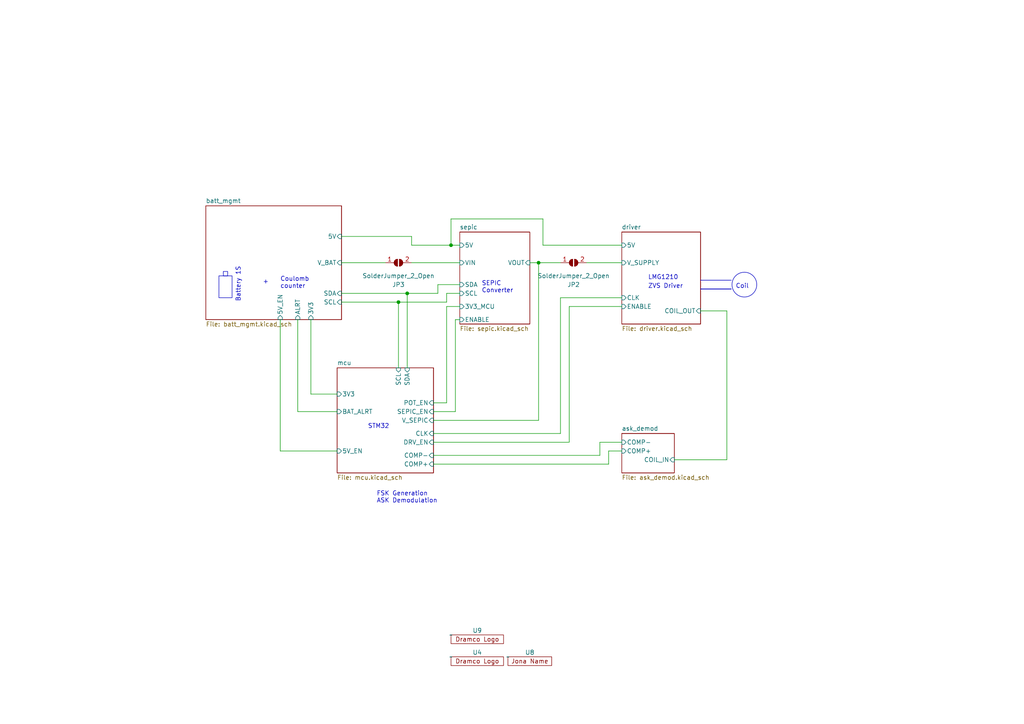
<source format=kicad_sch>
(kicad_sch (version 20231120) (generator "eeschema") (generator_version "8.0")
  (paper "A4")
  (lib_symbols
    (symbol "Jumper:SolderJumper_2_Open" (pin_names (offset 0) hide)
      (property "Reference" "JP" (at 0 2.032 0))
      (property "Value" "SolderJumper_2_Open" (at 0 -2.54 0))
      (symbol "SolderJumper_2_Open_0_1"
        (arc (start -0.254 1.016) (mid -1.2656 0) (end -0.254 -1.016))
        (arc (start -0.254 1.016) (mid -1.2656 0) (end -0.254 -1.016) (fill (type outline)))
        (polyline (pts (xy -0.254 1.016) (xy -0.254 -1.016)))
        (polyline (pts (xy 0.254 1.016) (xy 0.254 -1.016)))
        (arc (start 0.254 -1.016) (mid 1.2656 0) (end 0.254 1.016))
        (arc (start 0.254 -1.016) (mid 1.2656 0) (end 0.254 1.016) (fill (type outline)))
      )
      (symbol "SolderJumper_2_Open_1_1"
        (pin passive line (at -3.81 0 0) (length 2.54) (name "A") (number "1"))
        (pin passive line (at 3.81 0 180) (length 2.54) (name "B") (number "2"))
      )
    )
    (symbol "dramco_library:Dramco_Logo"
      (property "Reference" "U" (at 0 0 0))
      (symbol "Dramco_Logo_0_1"
        (rectangle (start 0 0) (end 15.24 -2.54))
      )
      (symbol "Dramco_Logo_1_1"
        (text "Dramco Logo" (at 7.62 -1.27 0) (effects (font (size 1.27 1.27))))
      )
    )
    (symbol "dramco_library:Name"
      (property "Reference" "U" (at 0 0 0))
      (symbol "Name_0_1"
        (rectangle (start 0 0) (end 12.7 -2.54))
      )
      (symbol "Name_1_1"
        (text "Jona Name" (at 6.35 -1.27 0) (effects (font (size 1.27 1.27))))
      )
    )
  )
  (junction (at 130.81 71.12))
  (junction (at 115.57 87.63))
  (junction (at 156.21 76.2))
  (junction (at 118.11 85.09))
  (wire (pts (xy 133.35 85.09) (xy 129.54 85.09)))
  (wire (pts (xy 130.81 71.12) (xy 133.35 71.12)))
  (wire (pts (xy 127 82.55) (xy 127 85.09)))
  (wire (pts (xy 162.56 125.73) (xy 162.56 86.36)))
  (wire (pts (xy 173.99 132.08) (xy 173.99 128.27)))
  (wire (pts (xy 133.35 82.55) (xy 127 82.55)))
  (wire (pts (xy 132.08 92.71) (xy 133.35 92.71)))
  (wire (pts (xy 170.18 76.2) (xy 180.34 76.2)))
  (wire (pts (xy 81.28 92.71) (xy 81.28 130.81)))
  (wire (pts (xy 86.36 119.38) (xy 97.79 119.38)))
  (wire (pts (xy 210.82 133.35) (xy 195.58 133.35)))
  (wire (pts (xy 125.73 134.62) (xy 176.53 134.62)))
  (polyline (pts (xy 203.2 83.82) (xy 212.09 83.82)))
  (polyline (pts (xy 203.2 81.28) (xy 212.09 81.28)))
  (wire (pts (xy 180.34 71.12) (xy 157.48 71.12)))
  (wire (pts (xy 153.67 76.2) (xy 156.21 76.2)))
  (wire (pts (xy 180.34 88.9) (xy 165.1 88.9)))
  (wire (pts (xy 99.06 76.2) (xy 111.76 76.2)))
  (wire (pts (xy 115.57 87.63) (xy 115.57 106.68)))
  (wire (pts (xy 119.38 71.12) (xy 130.81 71.12)))
  (wire (pts (xy 119.38 68.58) (xy 119.38 71.12)))
  (wire (pts (xy 119.38 76.2) (xy 133.35 76.2)))
  (wire (pts (xy 90.17 92.71) (xy 90.17 114.3)))
  (wire (pts (xy 86.36 92.71) (xy 86.36 119.38)))
  (wire (pts (xy 130.81 63.5) (xy 130.81 71.12)))
  (wire (pts (xy 157.48 63.5) (xy 130.81 63.5)))
  (wire (pts (xy 132.08 119.38) (xy 132.08 92.71)))
  (wire (pts (xy 129.54 88.9) (xy 133.35 88.9)))
  (wire (pts (xy 99.06 68.58) (xy 119.38 68.58)))
  (wire (pts (xy 129.54 85.09) (xy 129.54 87.63)))
  (wire (pts (xy 118.11 85.09) (xy 118.11 106.68)))
  (wire (pts (xy 165.1 128.27) (xy 125.73 128.27)))
  (wire (pts (xy 115.57 87.63) (xy 129.54 87.63)))
  (wire (pts (xy 156.21 76.2) (xy 156.21 121.92)))
  (wire (pts (xy 99.06 85.09) (xy 118.11 85.09)))
  (wire (pts (xy 176.53 130.81) (xy 180.34 130.81)))
  (wire (pts (xy 165.1 88.9) (xy 165.1 128.27)))
  (wire (pts (xy 176.53 134.62) (xy 176.53 130.81)))
  (polyline (pts (xy 203.2 83.82) (xy 212.09 83.82)))
  (wire (pts (xy 210.82 90.17) (xy 210.82 133.35)))
  (wire (pts (xy 125.73 116.84) (xy 129.54 116.84)))
  (wire (pts (xy 81.28 130.81) (xy 97.79 130.81)))
  (wire (pts (xy 173.99 128.27) (xy 180.34 128.27)))
  (wire (pts (xy 203.2 90.17) (xy 210.82 90.17)))
  (wire (pts (xy 162.56 86.36) (xy 180.34 86.36)))
  (wire (pts (xy 90.17 114.3) (xy 97.79 114.3)))
  (wire (pts (xy 125.73 119.38) (xy 132.08 119.38)))
  (wire (pts (xy 157.48 71.12) (xy 157.48 63.5)))
  (wire (pts (xy 129.54 116.84) (xy 129.54 88.9)))
  (wire (pts (xy 127 85.09) (xy 118.11 85.09)))
  (wire (pts (xy 125.73 125.73) (xy 162.56 125.73)))
  (wire (pts (xy 156.21 76.2) (xy 162.56 76.2)))
  (wire (pts (xy 125.73 132.08) (xy 173.99 132.08)))
  (polyline (pts (xy 203.2 81.28) (xy 212.09 81.28)))
  (wire (pts (xy 125.73 121.92) (xy 156.21 121.92)))
  (wire (pts (xy 99.06 87.63) (xy 115.57 87.63)))
  (rectangle (start 64.77 78.74) (end 66.04 80.01))
  (circle (center 215.9 82.55) (radius 3.5921))
  (rectangle (start 63.5 80.01) (end 67.31 86.36))
  (text "FSK Generation\nASK Demodulation" (at 109.22 146.05 0) (effects (font (size 1.27 1.27)) (justify left bottom)))
  (text "STM32" (at 106.68 124.46 0) (effects (font (size 1.27 1.27)) (justify left bottom)))
  (text "+" (at 76.2 82.55 0) (effects (font (size 1.27 1.27)) (justify left bottom)))
  (text "LMG1210" (at 187.96 81.28 0) (effects (font (size 1.27 1.27)) (justify left bottom)))
  (text "SEPIC\nConverter" (at 139.7 85.09 0) (effects (font (size 1.27 1.27)) (justify left bottom)))
  (text "Coil" (at 213.36 83.82 0) (effects (font (size 1.27 1.27)) (justify left bottom)))
  (text "Battery 1S" (at 69.85 87.63 90) (effects (font (size 1.27 1.27)) (justify left bottom)))
  (text "Coulomb\ncounter" (at 81.28 83.82 0) (effects (font (size 1.27 1.27)) (justify left bottom)))
  (text "ZVS Driver" (at 187.96 83.82 0) (effects (font (size 1.27 1.27)) (justify left bottom)))
  (symbol (lib_id "Jumper:SolderJumper_2_Open") (at 166.37 76.2 0) (unit 1)
    (property "Reference" "JP2" (at 166.37 82.55 0))
    (property "Value" "SolderJumper_2_Open" (at 166.37 80.01 0))
    (property "Footprint" "Jumper:SolderJumper-2_P1.3mm_Open_RoundedPad1.0x1.5mm" (effects (hide yes)))
  )
  (symbol (lib_id "dramco_library:Dramco_Logo") (at 130.81 184.15 0) (unit 1)
    (property "Reference" "U9" (at 138.43 182.88 0))
    (property "Value" "~" (at 130.81 184.15 0))
    (property "Footprint" "libraries:dramco_logo_small" (effects (hide yes)))
  )
  (symbol (lib_id "dramco_library:Dramco_Logo") (at 130.81 190.5 0) (unit 1)
    (property "Reference" "U4" (at 138.43 189.23 0))
    (property "Value" "~" (at 130.81 190.5 0))
    (property "Footprint" "libraries:dramco_logo_small" (effects (hide yes)))
  )
  (symbol (lib_id "dramco_library:Name") (at 147.32 190.5 0) (unit 1)
    (property "Reference" "U8" (at 153.67 189.23 0))
    (property "Value" "~" (at 147.32 190.5 0))
    (property "Footprint" "libraries:Jona Name" (effects (hide yes)))
  )
  (symbol (lib_id "Jumper:SolderJumper_2_Open") (at 115.57 76.2 0) (unit 1)
    (property "Reference" "JP3" (at 115.57 82.55 0))
    (property "Value" "SolderJumper_2_Open" (at 115.57 80.01 0))
    (property "Footprint" "Jumper:SolderJumper-2_P1.3mm_Open_RoundedPad1.0x1.5mm" (effects (hide yes)))
  )
  (sheet (at 59.69 59.69) (size 39.37 33.02) (stroke (width 0.1524))
    (property "Sheetname" "batt_mgmt" (at 59.69 58.9784 0) (effects (justify left bottom)))
    (property "Sheetfile" "batt_mgmt.kicad_sch" (at 59.69 93.2946 0) (effects (justify left top)))
    (pin "V_BAT" input (at 99.06 76.2 0))
    (pin "SDA" input (at 99.06 85.09 0))
    (pin "SCL" input (at 99.06 87.63 0))
    (pin "5V" input (at 99.06 68.58 0))
    (pin "3V3" input (at 90.17 92.71 270))
    (pin "5V_EN" input (at 81.28 92.71 270))
    (pin "ALRT" input (at 86.36 92.71 270))
  )
  (sheet (at 97.79 106.68) (size 27.94 30.48) (stroke (width 0.1524))
    (property "Sheetname" "mcu" (at 97.79 105.9684 0) (effects (justify left bottom)))
    (property "Sheetfile" "mcu.kicad_sch" (at 97.79 137.7446 0) (effects (justify left top)))
    (pin "SDA" input (at 118.11 106.68 90))
    (pin "SCL" input (at 115.57 106.68 90))
    (pin "CLK" input (at 125.73 125.73 0))
    (pin "DRV_EN" input (at 125.73 128.27 0))
    (pin "SEPIC_EN" input (at 125.73 119.38 0))
    (pin "COMP-" input (at 125.73 132.08 0))
    (pin "COMP+" input (at 125.73 134.62 0))
    (pin "3V3" input (at 97.79 114.3 180))
    (pin "POT_EN" input (at 125.73 116.84 0))
    (pin "BAT_ALRT" input (at 97.79 119.38 180))
    (pin "5V_EN" input (at 97.79 130.81 180))
    (pin "V_SEPIC" input (at 125.73 121.92 0))
  )
  (sheet (at 180.34 67.31) (size 22.86 26.67) (stroke (width 0.1524))
    (property "Sheetname" "driver" (at 180.34 66.5984 0) (effects (justify left bottom)))
    (property "Sheetfile" "driver.kicad_sch" (at 180.34 94.5646 0) (effects (justify left top)))
    (pin "V_SUPPLY" input (at 180.34 76.2 180))
    (pin "5V" input (at 180.34 71.12 180))
    (pin "ENABLE" input (at 180.34 88.9 180))
    (pin "CLK" input (at 180.34 86.36 180))
    (pin "COIL_OUT" input (at 203.2 90.17 0))
  )
  (sheet (at 133.35 67.31) (size 20.32 26.67) (stroke (width 0.1524))
    (property "Sheetname" "sepic" (at 133.35 66.5984 0) (effects (justify left bottom)))
    (property "Sheetfile" "sepic.kicad_sch" (at 133.35 94.5646 0) (effects (justify left top)))
    (pin "VOUT" input (at 153.67 76.2 0))
    (pin "VIN" input (at 133.35 76.2 180))
    (pin "3V3_MCU" input (at 133.35 88.9 180))
    (pin "SDA" input (at 133.35 82.55 180))
    (pin "SCL" input (at 133.35 85.09 180))
    (pin "ENABLE" input (at 133.35 92.71 180))
    (pin "5V" input (at 133.35 71.12 180))
  )
  (sheet (at 180.34 125.73) (size 15.24 11.43) (stroke (width 0.1524))
    (property "Sheetname" "ask_demod" (at 180.34 125.0184 0) (effects (justify left bottom)))
    (property "Sheetfile" "ask_demod.kicad_sch" (at 180.34 137.7446 0) (effects (justify left top)))
    (pin "COIL_IN" input (at 195.58 133.35 0))
    (pin "COMP+" input (at 180.34 130.81 180))
    (pin "COMP-" input (at 180.34 128.27 180))
  )
)
</source>
